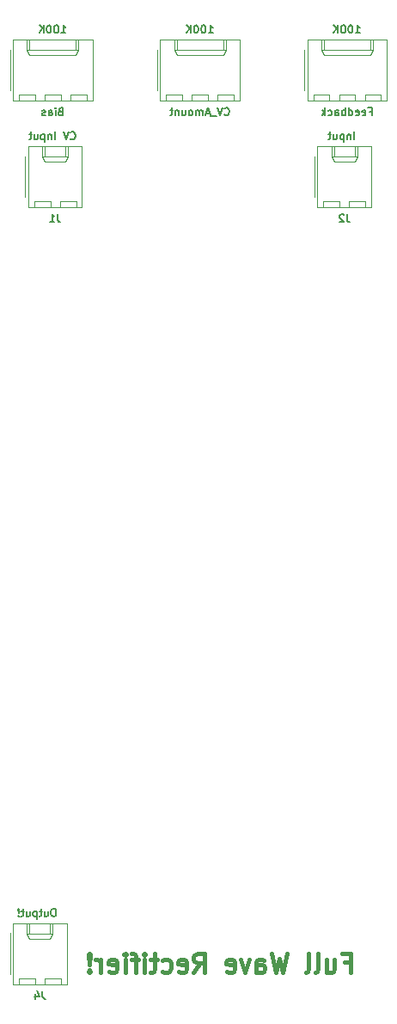
<source format=gbr>
%TF.GenerationSoftware,KiCad,Pcbnew,(5.1.8-0-10_14)*%
%TF.CreationDate,2021-07-07T10:12:16-04:00*%
%TF.ProjectId,fwr,6677722e-6b69-4636-9164-5f7063625858,rev?*%
%TF.SameCoordinates,Original*%
%TF.FileFunction,Legend,Bot*%
%TF.FilePolarity,Positive*%
%FSLAX46Y46*%
G04 Gerber Fmt 4.6, Leading zero omitted, Abs format (unit mm)*
G04 Created by KiCad (PCBNEW (5.1.8-0-10_14)) date 2021-07-07 10:12:16*
%MOMM*%
%LPD*%
G01*
G04 APERTURE LIST*
%ADD10C,0.400000*%
%ADD11C,0.120000*%
%ADD12C,0.150000*%
G04 APERTURE END LIST*
D10*
X137757142Y-143871428D02*
X138357142Y-143871428D01*
X138357142Y-144814285D02*
X138357142Y-143014285D01*
X137500000Y-143014285D01*
X136042857Y-143614285D02*
X136042857Y-144814285D01*
X136814285Y-143614285D02*
X136814285Y-144557142D01*
X136728571Y-144728571D01*
X136557142Y-144814285D01*
X136300000Y-144814285D01*
X136128571Y-144728571D01*
X136042857Y-144642857D01*
X134928571Y-144814285D02*
X135100000Y-144728571D01*
X135185714Y-144557142D01*
X135185714Y-143014285D01*
X133985714Y-144814285D02*
X134157142Y-144728571D01*
X134242857Y-144557142D01*
X134242857Y-143014285D01*
X132100000Y-143014285D02*
X131671428Y-144814285D01*
X131328571Y-143528571D01*
X130985714Y-144814285D01*
X130557142Y-143014285D01*
X129100000Y-144814285D02*
X129100000Y-143871428D01*
X129185714Y-143700000D01*
X129357142Y-143614285D01*
X129700000Y-143614285D01*
X129871428Y-143700000D01*
X129100000Y-144728571D02*
X129271428Y-144814285D01*
X129700000Y-144814285D01*
X129871428Y-144728571D01*
X129957142Y-144557142D01*
X129957142Y-144385714D01*
X129871428Y-144214285D01*
X129700000Y-144128571D01*
X129271428Y-144128571D01*
X129100000Y-144042857D01*
X128414285Y-143614285D02*
X127985714Y-144814285D01*
X127557142Y-143614285D01*
X126185714Y-144728571D02*
X126357142Y-144814285D01*
X126700000Y-144814285D01*
X126871428Y-144728571D01*
X126957142Y-144557142D01*
X126957142Y-143871428D01*
X126871428Y-143700000D01*
X126700000Y-143614285D01*
X126357142Y-143614285D01*
X126185714Y-143700000D01*
X126100000Y-143871428D01*
X126100000Y-144042857D01*
X126957142Y-144214285D01*
X122928571Y-144814285D02*
X123528571Y-143957142D01*
X123957142Y-144814285D02*
X123957142Y-143014285D01*
X123271428Y-143014285D01*
X123100000Y-143100000D01*
X123014285Y-143185714D01*
X122928571Y-143357142D01*
X122928571Y-143614285D01*
X123014285Y-143785714D01*
X123100000Y-143871428D01*
X123271428Y-143957142D01*
X123957142Y-143957142D01*
X121471428Y-144728571D02*
X121642857Y-144814285D01*
X121985714Y-144814285D01*
X122157142Y-144728571D01*
X122242857Y-144557142D01*
X122242857Y-143871428D01*
X122157142Y-143700000D01*
X121985714Y-143614285D01*
X121642857Y-143614285D01*
X121471428Y-143700000D01*
X121385714Y-143871428D01*
X121385714Y-144042857D01*
X122242857Y-144214285D01*
X119842857Y-144728571D02*
X120014285Y-144814285D01*
X120357142Y-144814285D01*
X120528571Y-144728571D01*
X120614285Y-144642857D01*
X120700000Y-144471428D01*
X120700000Y-143957142D01*
X120614285Y-143785714D01*
X120528571Y-143700000D01*
X120357142Y-143614285D01*
X120014285Y-143614285D01*
X119842857Y-143700000D01*
X119328571Y-143614285D02*
X118642857Y-143614285D01*
X119071428Y-143014285D02*
X119071428Y-144557142D01*
X118985714Y-144728571D01*
X118814285Y-144814285D01*
X118642857Y-144814285D01*
X118042857Y-144814285D02*
X118042857Y-143614285D01*
X118042857Y-143014285D02*
X118128571Y-143100000D01*
X118042857Y-143185714D01*
X117957142Y-143100000D01*
X118042857Y-143014285D01*
X118042857Y-143185714D01*
X117442857Y-143614285D02*
X116757142Y-143614285D01*
X117185714Y-144814285D02*
X117185714Y-143271428D01*
X117100000Y-143100000D01*
X116928571Y-143014285D01*
X116757142Y-143014285D01*
X116157142Y-144814285D02*
X116157142Y-143614285D01*
X116157142Y-143014285D02*
X116242857Y-143100000D01*
X116157142Y-143185714D01*
X116071428Y-143100000D01*
X116157142Y-143014285D01*
X116157142Y-143185714D01*
X114614285Y-144728571D02*
X114785714Y-144814285D01*
X115128571Y-144814285D01*
X115300000Y-144728571D01*
X115385714Y-144557142D01*
X115385714Y-143871428D01*
X115300000Y-143700000D01*
X115128571Y-143614285D01*
X114785714Y-143614285D01*
X114614285Y-143700000D01*
X114528571Y-143871428D01*
X114528571Y-144042857D01*
X115385714Y-144214285D01*
X113757142Y-144814285D02*
X113757142Y-143614285D01*
X113757142Y-143957142D02*
X113671428Y-143785714D01*
X113585714Y-143700000D01*
X113414285Y-143614285D01*
X113242857Y-143614285D01*
X112642857Y-144642857D02*
X112557142Y-144728571D01*
X112642857Y-144814285D01*
X112728571Y-144728571D01*
X112642857Y-144642857D01*
X112642857Y-144814285D01*
X112642857Y-144128571D02*
X112728571Y-143100000D01*
X112642857Y-143014285D01*
X112557142Y-143100000D01*
X112642857Y-144128571D01*
X112642857Y-143014285D01*
D11*
%TO.C,Bias*%
X105120000Y-59030000D02*
X105120000Y-53010000D01*
X105120000Y-53010000D02*
X112960000Y-53010000D01*
X112960000Y-53010000D02*
X112960000Y-59030000D01*
X112960000Y-59030000D02*
X105120000Y-59030000D01*
X104830000Y-58000000D02*
X104830000Y-54000000D01*
X106500000Y-53010000D02*
X106500000Y-54010000D01*
X106500000Y-54010000D02*
X111580000Y-54010000D01*
X111580000Y-54010000D02*
X111580000Y-53010000D01*
X106500000Y-54010000D02*
X106750000Y-54540000D01*
X106750000Y-54540000D02*
X111330000Y-54540000D01*
X111330000Y-54540000D02*
X111580000Y-54010000D01*
X106750000Y-53010000D02*
X106750000Y-54010000D01*
X111330000Y-53010000D02*
X111330000Y-54010000D01*
X105700000Y-59030000D02*
X105700000Y-58430000D01*
X105700000Y-58430000D02*
X107300000Y-58430000D01*
X107300000Y-58430000D02*
X107300000Y-59030000D01*
X108240000Y-59030000D02*
X108240000Y-58430000D01*
X108240000Y-58430000D02*
X109840000Y-58430000D01*
X109840000Y-58430000D02*
X109840000Y-59030000D01*
X110780000Y-59030000D02*
X110780000Y-58430000D01*
X110780000Y-58430000D02*
X112380000Y-58430000D01*
X112380000Y-58430000D02*
X112380000Y-59030000D01*
%TO.C,CV_Amount*%
X126880000Y-58430000D02*
X126880000Y-59030000D01*
X125280000Y-58430000D02*
X126880000Y-58430000D01*
X125280000Y-59030000D02*
X125280000Y-58430000D01*
X124340000Y-58430000D02*
X124340000Y-59030000D01*
X122740000Y-58430000D02*
X124340000Y-58430000D01*
X122740000Y-59030000D02*
X122740000Y-58430000D01*
X121800000Y-58430000D02*
X121800000Y-59030000D01*
X120200000Y-58430000D02*
X121800000Y-58430000D01*
X120200000Y-59030000D02*
X120200000Y-58430000D01*
X125830000Y-53010000D02*
X125830000Y-54010000D01*
X121250000Y-53010000D02*
X121250000Y-54010000D01*
X125830000Y-54540000D02*
X126080000Y-54010000D01*
X121250000Y-54540000D02*
X125830000Y-54540000D01*
X121000000Y-54010000D02*
X121250000Y-54540000D01*
X126080000Y-54010000D02*
X126080000Y-53010000D01*
X121000000Y-54010000D02*
X126080000Y-54010000D01*
X121000000Y-53010000D02*
X121000000Y-54010000D01*
X119330000Y-58000000D02*
X119330000Y-54000000D01*
X127460000Y-59030000D02*
X119620000Y-59030000D01*
X127460000Y-53010000D02*
X127460000Y-59030000D01*
X119620000Y-53010000D02*
X127460000Y-53010000D01*
X119620000Y-59030000D02*
X119620000Y-53010000D01*
%TO.C,Feedback*%
X134120000Y-59030000D02*
X134120000Y-53010000D01*
X134120000Y-53010000D02*
X141960000Y-53010000D01*
X141960000Y-53010000D02*
X141960000Y-59030000D01*
X141960000Y-59030000D02*
X134120000Y-59030000D01*
X133830000Y-58000000D02*
X133830000Y-54000000D01*
X135500000Y-53010000D02*
X135500000Y-54010000D01*
X135500000Y-54010000D02*
X140580000Y-54010000D01*
X140580000Y-54010000D02*
X140580000Y-53010000D01*
X135500000Y-54010000D02*
X135750000Y-54540000D01*
X135750000Y-54540000D02*
X140330000Y-54540000D01*
X140330000Y-54540000D02*
X140580000Y-54010000D01*
X135750000Y-53010000D02*
X135750000Y-54010000D01*
X140330000Y-53010000D02*
X140330000Y-54010000D01*
X134700000Y-59030000D02*
X134700000Y-58430000D01*
X134700000Y-58430000D02*
X136300000Y-58430000D01*
X136300000Y-58430000D02*
X136300000Y-59030000D01*
X137240000Y-59030000D02*
X137240000Y-58430000D01*
X137240000Y-58430000D02*
X138840000Y-58430000D01*
X138840000Y-58430000D02*
X138840000Y-59030000D01*
X139780000Y-59030000D02*
X139780000Y-58430000D01*
X139780000Y-58430000D02*
X141380000Y-58430000D01*
X141380000Y-58430000D02*
X141380000Y-59030000D01*
%TO.C,J1*%
X111340000Y-68930000D02*
X111340000Y-69530000D01*
X109740000Y-68930000D02*
X111340000Y-68930000D01*
X109740000Y-69530000D02*
X109740000Y-68930000D01*
X108800000Y-68930000D02*
X108800000Y-69530000D01*
X107200000Y-68930000D02*
X108800000Y-68930000D01*
X107200000Y-69530000D02*
X107200000Y-68930000D01*
X110290000Y-63510000D02*
X110290000Y-64510000D01*
X108250000Y-63510000D02*
X108250000Y-64510000D01*
X110290000Y-65040000D02*
X110540000Y-64510000D01*
X108250000Y-65040000D02*
X110290000Y-65040000D01*
X108000000Y-64510000D02*
X108250000Y-65040000D01*
X110540000Y-64510000D02*
X110540000Y-63510000D01*
X108000000Y-64510000D02*
X110540000Y-64510000D01*
X108000000Y-63510000D02*
X108000000Y-64510000D01*
X106330000Y-68500000D02*
X106330000Y-64500000D01*
X111920000Y-69530000D02*
X106620000Y-69530000D01*
X111920000Y-63510000D02*
X111920000Y-69530000D01*
X106620000Y-63510000D02*
X111920000Y-63510000D01*
X106620000Y-69530000D02*
X106620000Y-63510000D01*
%TO.C,J2*%
X135120000Y-69530000D02*
X135120000Y-63510000D01*
X135120000Y-63510000D02*
X140420000Y-63510000D01*
X140420000Y-63510000D02*
X140420000Y-69530000D01*
X140420000Y-69530000D02*
X135120000Y-69530000D01*
X134830000Y-68500000D02*
X134830000Y-64500000D01*
X136500000Y-63510000D02*
X136500000Y-64510000D01*
X136500000Y-64510000D02*
X139040000Y-64510000D01*
X139040000Y-64510000D02*
X139040000Y-63510000D01*
X136500000Y-64510000D02*
X136750000Y-65040000D01*
X136750000Y-65040000D02*
X138790000Y-65040000D01*
X138790000Y-65040000D02*
X139040000Y-64510000D01*
X136750000Y-63510000D02*
X136750000Y-64510000D01*
X138790000Y-63510000D02*
X138790000Y-64510000D01*
X135700000Y-69530000D02*
X135700000Y-68930000D01*
X135700000Y-68930000D02*
X137300000Y-68930000D01*
X137300000Y-68930000D02*
X137300000Y-69530000D01*
X138240000Y-69530000D02*
X138240000Y-68930000D01*
X138240000Y-68930000D02*
X139840000Y-68930000D01*
X139840000Y-68930000D02*
X139840000Y-69530000D01*
%TO.C,J4*%
X105120000Y-146030000D02*
X105120000Y-140010000D01*
X105120000Y-140010000D02*
X110420000Y-140010000D01*
X110420000Y-140010000D02*
X110420000Y-146030000D01*
X110420000Y-146030000D02*
X105120000Y-146030000D01*
X104830000Y-145000000D02*
X104830000Y-141000000D01*
X106500000Y-140010000D02*
X106500000Y-141010000D01*
X106500000Y-141010000D02*
X109040000Y-141010000D01*
X109040000Y-141010000D02*
X109040000Y-140010000D01*
X106500000Y-141010000D02*
X106750000Y-141540000D01*
X106750000Y-141540000D02*
X108790000Y-141540000D01*
X108790000Y-141540000D02*
X109040000Y-141010000D01*
X106750000Y-140010000D02*
X106750000Y-141010000D01*
X108790000Y-140010000D02*
X108790000Y-141010000D01*
X105700000Y-146030000D02*
X105700000Y-145430000D01*
X105700000Y-145430000D02*
X107300000Y-145430000D01*
X107300000Y-145430000D02*
X107300000Y-146030000D01*
X108240000Y-146030000D02*
X108240000Y-145430000D01*
X108240000Y-145430000D02*
X109840000Y-145430000D01*
X109840000Y-145430000D02*
X109840000Y-146030000D01*
%TO.C,Bias*%
D12*
X109807857Y-60066428D02*
X109700714Y-60102142D01*
X109665000Y-60137857D01*
X109629285Y-60209285D01*
X109629285Y-60316428D01*
X109665000Y-60387857D01*
X109700714Y-60423571D01*
X109772142Y-60459285D01*
X110057857Y-60459285D01*
X110057857Y-59709285D01*
X109807857Y-59709285D01*
X109736428Y-59745000D01*
X109700714Y-59780714D01*
X109665000Y-59852142D01*
X109665000Y-59923571D01*
X109700714Y-59995000D01*
X109736428Y-60030714D01*
X109807857Y-60066428D01*
X110057857Y-60066428D01*
X109307857Y-60459285D02*
X109307857Y-59959285D01*
X109307857Y-59709285D02*
X109343571Y-59745000D01*
X109307857Y-59780714D01*
X109272142Y-59745000D01*
X109307857Y-59709285D01*
X109307857Y-59780714D01*
X108629285Y-60459285D02*
X108629285Y-60066428D01*
X108665000Y-59995000D01*
X108736428Y-59959285D01*
X108879285Y-59959285D01*
X108950714Y-59995000D01*
X108629285Y-60423571D02*
X108700714Y-60459285D01*
X108879285Y-60459285D01*
X108950714Y-60423571D01*
X108986428Y-60352142D01*
X108986428Y-60280714D01*
X108950714Y-60209285D01*
X108879285Y-60173571D01*
X108700714Y-60173571D01*
X108629285Y-60137857D01*
X108307857Y-60423571D02*
X108236428Y-60459285D01*
X108093571Y-60459285D01*
X108022142Y-60423571D01*
X107986428Y-60352142D01*
X107986428Y-60316428D01*
X108022142Y-60245000D01*
X108093571Y-60209285D01*
X108200714Y-60209285D01*
X108272142Y-60173571D01*
X108307857Y-60102142D01*
X108307857Y-60066428D01*
X108272142Y-59995000D01*
X108200714Y-59959285D01*
X108093571Y-59959285D01*
X108022142Y-59995000D01*
X109875000Y-52339285D02*
X110303571Y-52339285D01*
X110089285Y-52339285D02*
X110089285Y-51589285D01*
X110160714Y-51696428D01*
X110232142Y-51767857D01*
X110303571Y-51803571D01*
X109410714Y-51589285D02*
X109339285Y-51589285D01*
X109267857Y-51625000D01*
X109232142Y-51660714D01*
X109196428Y-51732142D01*
X109160714Y-51875000D01*
X109160714Y-52053571D01*
X109196428Y-52196428D01*
X109232142Y-52267857D01*
X109267857Y-52303571D01*
X109339285Y-52339285D01*
X109410714Y-52339285D01*
X109482142Y-52303571D01*
X109517857Y-52267857D01*
X109553571Y-52196428D01*
X109589285Y-52053571D01*
X109589285Y-51875000D01*
X109553571Y-51732142D01*
X109517857Y-51660714D01*
X109482142Y-51625000D01*
X109410714Y-51589285D01*
X108696428Y-51589285D02*
X108625000Y-51589285D01*
X108553571Y-51625000D01*
X108517857Y-51660714D01*
X108482142Y-51732142D01*
X108446428Y-51875000D01*
X108446428Y-52053571D01*
X108482142Y-52196428D01*
X108517857Y-52267857D01*
X108553571Y-52303571D01*
X108625000Y-52339285D01*
X108696428Y-52339285D01*
X108767857Y-52303571D01*
X108803571Y-52267857D01*
X108839285Y-52196428D01*
X108875000Y-52053571D01*
X108875000Y-51875000D01*
X108839285Y-51732142D01*
X108803571Y-51660714D01*
X108767857Y-51625000D01*
X108696428Y-51589285D01*
X108125000Y-52339285D02*
X108125000Y-51589285D01*
X107696428Y-52339285D02*
X108017857Y-51910714D01*
X107696428Y-51589285D02*
X108125000Y-52017857D01*
%TO.C,CV_Amount*%
X125968571Y-60387857D02*
X126004285Y-60423571D01*
X126111428Y-60459285D01*
X126182857Y-60459285D01*
X126290000Y-60423571D01*
X126361428Y-60352142D01*
X126397142Y-60280714D01*
X126432857Y-60137857D01*
X126432857Y-60030714D01*
X126397142Y-59887857D01*
X126361428Y-59816428D01*
X126290000Y-59745000D01*
X126182857Y-59709285D01*
X126111428Y-59709285D01*
X126004285Y-59745000D01*
X125968571Y-59780714D01*
X125754285Y-59709285D02*
X125504285Y-60459285D01*
X125254285Y-59709285D01*
X125182857Y-60530714D02*
X124611428Y-60530714D01*
X124468571Y-60245000D02*
X124111428Y-60245000D01*
X124540000Y-60459285D02*
X124290000Y-59709285D01*
X124040000Y-60459285D01*
X123790000Y-60459285D02*
X123790000Y-59959285D01*
X123790000Y-60030714D02*
X123754285Y-59995000D01*
X123682857Y-59959285D01*
X123575714Y-59959285D01*
X123504285Y-59995000D01*
X123468571Y-60066428D01*
X123468571Y-60459285D01*
X123468571Y-60066428D02*
X123432857Y-59995000D01*
X123361428Y-59959285D01*
X123254285Y-59959285D01*
X123182857Y-59995000D01*
X123147142Y-60066428D01*
X123147142Y-60459285D01*
X122682857Y-60459285D02*
X122754285Y-60423571D01*
X122790000Y-60387857D01*
X122825714Y-60316428D01*
X122825714Y-60102142D01*
X122790000Y-60030714D01*
X122754285Y-59995000D01*
X122682857Y-59959285D01*
X122575714Y-59959285D01*
X122504285Y-59995000D01*
X122468571Y-60030714D01*
X122432857Y-60102142D01*
X122432857Y-60316428D01*
X122468571Y-60387857D01*
X122504285Y-60423571D01*
X122575714Y-60459285D01*
X122682857Y-60459285D01*
X121790000Y-59959285D02*
X121790000Y-60459285D01*
X122111428Y-59959285D02*
X122111428Y-60352142D01*
X122075714Y-60423571D01*
X122004285Y-60459285D01*
X121897142Y-60459285D01*
X121825714Y-60423571D01*
X121790000Y-60387857D01*
X121432857Y-59959285D02*
X121432857Y-60459285D01*
X121432857Y-60030714D02*
X121397142Y-59995000D01*
X121325714Y-59959285D01*
X121218571Y-59959285D01*
X121147142Y-59995000D01*
X121111428Y-60066428D01*
X121111428Y-60459285D01*
X120861428Y-59959285D02*
X120575714Y-59959285D01*
X120754285Y-59709285D02*
X120754285Y-60352142D01*
X120718571Y-60423571D01*
X120647142Y-60459285D01*
X120575714Y-60459285D01*
X124375000Y-52339285D02*
X124803571Y-52339285D01*
X124589285Y-52339285D02*
X124589285Y-51589285D01*
X124660714Y-51696428D01*
X124732142Y-51767857D01*
X124803571Y-51803571D01*
X123910714Y-51589285D02*
X123839285Y-51589285D01*
X123767857Y-51625000D01*
X123732142Y-51660714D01*
X123696428Y-51732142D01*
X123660714Y-51875000D01*
X123660714Y-52053571D01*
X123696428Y-52196428D01*
X123732142Y-52267857D01*
X123767857Y-52303571D01*
X123839285Y-52339285D01*
X123910714Y-52339285D01*
X123982142Y-52303571D01*
X124017857Y-52267857D01*
X124053571Y-52196428D01*
X124089285Y-52053571D01*
X124089285Y-51875000D01*
X124053571Y-51732142D01*
X124017857Y-51660714D01*
X123982142Y-51625000D01*
X123910714Y-51589285D01*
X123196428Y-51589285D02*
X123125000Y-51589285D01*
X123053571Y-51625000D01*
X123017857Y-51660714D01*
X122982142Y-51732142D01*
X122946428Y-51875000D01*
X122946428Y-52053571D01*
X122982142Y-52196428D01*
X123017857Y-52267857D01*
X123053571Y-52303571D01*
X123125000Y-52339285D01*
X123196428Y-52339285D01*
X123267857Y-52303571D01*
X123303571Y-52267857D01*
X123339285Y-52196428D01*
X123375000Y-52053571D01*
X123375000Y-51875000D01*
X123339285Y-51732142D01*
X123303571Y-51660714D01*
X123267857Y-51625000D01*
X123196428Y-51589285D01*
X122625000Y-52339285D02*
X122625000Y-51589285D01*
X122196428Y-52339285D02*
X122517857Y-51910714D01*
X122196428Y-51589285D02*
X122625000Y-52017857D01*
%TO.C,Feedback*%
X140218571Y-60066428D02*
X140468571Y-60066428D01*
X140468571Y-60459285D02*
X140468571Y-59709285D01*
X140111428Y-59709285D01*
X139540000Y-60423571D02*
X139611428Y-60459285D01*
X139754285Y-60459285D01*
X139825714Y-60423571D01*
X139861428Y-60352142D01*
X139861428Y-60066428D01*
X139825714Y-59995000D01*
X139754285Y-59959285D01*
X139611428Y-59959285D01*
X139540000Y-59995000D01*
X139504285Y-60066428D01*
X139504285Y-60137857D01*
X139861428Y-60209285D01*
X138897142Y-60423571D02*
X138968571Y-60459285D01*
X139111428Y-60459285D01*
X139182857Y-60423571D01*
X139218571Y-60352142D01*
X139218571Y-60066428D01*
X139182857Y-59995000D01*
X139111428Y-59959285D01*
X138968571Y-59959285D01*
X138897142Y-59995000D01*
X138861428Y-60066428D01*
X138861428Y-60137857D01*
X139218571Y-60209285D01*
X138218571Y-60459285D02*
X138218571Y-59709285D01*
X138218571Y-60423571D02*
X138290000Y-60459285D01*
X138432857Y-60459285D01*
X138504285Y-60423571D01*
X138540000Y-60387857D01*
X138575714Y-60316428D01*
X138575714Y-60102142D01*
X138540000Y-60030714D01*
X138504285Y-59995000D01*
X138432857Y-59959285D01*
X138290000Y-59959285D01*
X138218571Y-59995000D01*
X137861428Y-60459285D02*
X137861428Y-59709285D01*
X137861428Y-59995000D02*
X137790000Y-59959285D01*
X137647142Y-59959285D01*
X137575714Y-59995000D01*
X137540000Y-60030714D01*
X137504285Y-60102142D01*
X137504285Y-60316428D01*
X137540000Y-60387857D01*
X137575714Y-60423571D01*
X137647142Y-60459285D01*
X137790000Y-60459285D01*
X137861428Y-60423571D01*
X136861428Y-60459285D02*
X136861428Y-60066428D01*
X136897142Y-59995000D01*
X136968571Y-59959285D01*
X137111428Y-59959285D01*
X137182857Y-59995000D01*
X136861428Y-60423571D02*
X136932857Y-60459285D01*
X137111428Y-60459285D01*
X137182857Y-60423571D01*
X137218571Y-60352142D01*
X137218571Y-60280714D01*
X137182857Y-60209285D01*
X137111428Y-60173571D01*
X136932857Y-60173571D01*
X136861428Y-60137857D01*
X136182857Y-60423571D02*
X136254285Y-60459285D01*
X136397142Y-60459285D01*
X136468571Y-60423571D01*
X136504285Y-60387857D01*
X136540000Y-60316428D01*
X136540000Y-60102142D01*
X136504285Y-60030714D01*
X136468571Y-59995000D01*
X136397142Y-59959285D01*
X136254285Y-59959285D01*
X136182857Y-59995000D01*
X135861428Y-60459285D02*
X135861428Y-59709285D01*
X135790000Y-60173571D02*
X135575714Y-60459285D01*
X135575714Y-59959285D02*
X135861428Y-60245000D01*
X138875000Y-52339285D02*
X139303571Y-52339285D01*
X139089285Y-52339285D02*
X139089285Y-51589285D01*
X139160714Y-51696428D01*
X139232142Y-51767857D01*
X139303571Y-51803571D01*
X138410714Y-51589285D02*
X138339285Y-51589285D01*
X138267857Y-51625000D01*
X138232142Y-51660714D01*
X138196428Y-51732142D01*
X138160714Y-51875000D01*
X138160714Y-52053571D01*
X138196428Y-52196428D01*
X138232142Y-52267857D01*
X138267857Y-52303571D01*
X138339285Y-52339285D01*
X138410714Y-52339285D01*
X138482142Y-52303571D01*
X138517857Y-52267857D01*
X138553571Y-52196428D01*
X138589285Y-52053571D01*
X138589285Y-51875000D01*
X138553571Y-51732142D01*
X138517857Y-51660714D01*
X138482142Y-51625000D01*
X138410714Y-51589285D01*
X137696428Y-51589285D02*
X137625000Y-51589285D01*
X137553571Y-51625000D01*
X137517857Y-51660714D01*
X137482142Y-51732142D01*
X137446428Y-51875000D01*
X137446428Y-52053571D01*
X137482142Y-52196428D01*
X137517857Y-52267857D01*
X137553571Y-52303571D01*
X137625000Y-52339285D01*
X137696428Y-52339285D01*
X137767857Y-52303571D01*
X137803571Y-52267857D01*
X137839285Y-52196428D01*
X137875000Y-52053571D01*
X137875000Y-51875000D01*
X137839285Y-51732142D01*
X137803571Y-51660714D01*
X137767857Y-51625000D01*
X137696428Y-51589285D01*
X137125000Y-52339285D02*
X137125000Y-51589285D01*
X136696428Y-52339285D02*
X137017857Y-51910714D01*
X136696428Y-51589285D02*
X137125000Y-52017857D01*
%TO.C,J1*%
X109520000Y-70209285D02*
X109520000Y-70745000D01*
X109555714Y-70852142D01*
X109627142Y-70923571D01*
X109734285Y-70959285D01*
X109805714Y-70959285D01*
X108770000Y-70959285D02*
X109198571Y-70959285D01*
X108984285Y-70959285D02*
X108984285Y-70209285D01*
X109055714Y-70316428D01*
X109127142Y-70387857D01*
X109198571Y-70423571D01*
X110785714Y-62767857D02*
X110821428Y-62803571D01*
X110928571Y-62839285D01*
X111000000Y-62839285D01*
X111107142Y-62803571D01*
X111178571Y-62732142D01*
X111214285Y-62660714D01*
X111250000Y-62517857D01*
X111250000Y-62410714D01*
X111214285Y-62267857D01*
X111178571Y-62196428D01*
X111107142Y-62125000D01*
X111000000Y-62089285D01*
X110928571Y-62089285D01*
X110821428Y-62125000D01*
X110785714Y-62160714D01*
X110571428Y-62089285D02*
X110321428Y-62839285D01*
X110071428Y-62089285D01*
X109250000Y-62839285D02*
X109250000Y-62089285D01*
X108892857Y-62339285D02*
X108892857Y-62839285D01*
X108892857Y-62410714D02*
X108857142Y-62375000D01*
X108785714Y-62339285D01*
X108678571Y-62339285D01*
X108607142Y-62375000D01*
X108571428Y-62446428D01*
X108571428Y-62839285D01*
X108214285Y-62339285D02*
X108214285Y-63089285D01*
X108214285Y-62375000D02*
X108142857Y-62339285D01*
X108000000Y-62339285D01*
X107928571Y-62375000D01*
X107892857Y-62410714D01*
X107857142Y-62482142D01*
X107857142Y-62696428D01*
X107892857Y-62767857D01*
X107928571Y-62803571D01*
X108000000Y-62839285D01*
X108142857Y-62839285D01*
X108214285Y-62803571D01*
X107214285Y-62339285D02*
X107214285Y-62839285D01*
X107535714Y-62339285D02*
X107535714Y-62732142D01*
X107500000Y-62803571D01*
X107428571Y-62839285D01*
X107321428Y-62839285D01*
X107250000Y-62803571D01*
X107214285Y-62767857D01*
X106964285Y-62339285D02*
X106678571Y-62339285D01*
X106857142Y-62089285D02*
X106857142Y-62732142D01*
X106821428Y-62803571D01*
X106750000Y-62839285D01*
X106678571Y-62839285D01*
%TO.C,J2*%
X138020000Y-70209285D02*
X138020000Y-70745000D01*
X138055714Y-70852142D01*
X138127142Y-70923571D01*
X138234285Y-70959285D01*
X138305714Y-70959285D01*
X137698571Y-70280714D02*
X137662857Y-70245000D01*
X137591428Y-70209285D01*
X137412857Y-70209285D01*
X137341428Y-70245000D01*
X137305714Y-70280714D01*
X137270000Y-70352142D01*
X137270000Y-70423571D01*
X137305714Y-70530714D01*
X137734285Y-70959285D01*
X137270000Y-70959285D01*
X138732142Y-62839285D02*
X138732142Y-62089285D01*
X138375000Y-62339285D02*
X138375000Y-62839285D01*
X138375000Y-62410714D02*
X138339285Y-62375000D01*
X138267857Y-62339285D01*
X138160714Y-62339285D01*
X138089285Y-62375000D01*
X138053571Y-62446428D01*
X138053571Y-62839285D01*
X137696428Y-62339285D02*
X137696428Y-63089285D01*
X137696428Y-62375000D02*
X137625000Y-62339285D01*
X137482142Y-62339285D01*
X137410714Y-62375000D01*
X137375000Y-62410714D01*
X137339285Y-62482142D01*
X137339285Y-62696428D01*
X137375000Y-62767857D01*
X137410714Y-62803571D01*
X137482142Y-62839285D01*
X137625000Y-62839285D01*
X137696428Y-62803571D01*
X136696428Y-62339285D02*
X136696428Y-62839285D01*
X137017857Y-62339285D02*
X137017857Y-62732142D01*
X136982142Y-62803571D01*
X136910714Y-62839285D01*
X136803571Y-62839285D01*
X136732142Y-62803571D01*
X136696428Y-62767857D01*
X136446428Y-62339285D02*
X136160714Y-62339285D01*
X136339285Y-62089285D02*
X136339285Y-62732142D01*
X136303571Y-62803571D01*
X136232142Y-62839285D01*
X136160714Y-62839285D01*
%TO.C,J4*%
X108020000Y-146709285D02*
X108020000Y-147245000D01*
X108055714Y-147352142D01*
X108127142Y-147423571D01*
X108234285Y-147459285D01*
X108305714Y-147459285D01*
X107341428Y-146959285D02*
X107341428Y-147459285D01*
X107520000Y-146673571D02*
X107698571Y-147209285D01*
X107234285Y-147209285D01*
X109196428Y-138589285D02*
X109053571Y-138589285D01*
X108982142Y-138625000D01*
X108910714Y-138696428D01*
X108875000Y-138839285D01*
X108875000Y-139089285D01*
X108910714Y-139232142D01*
X108982142Y-139303571D01*
X109053571Y-139339285D01*
X109196428Y-139339285D01*
X109267857Y-139303571D01*
X109339285Y-139232142D01*
X109375000Y-139089285D01*
X109375000Y-138839285D01*
X109339285Y-138696428D01*
X109267857Y-138625000D01*
X109196428Y-138589285D01*
X108232142Y-138839285D02*
X108232142Y-139339285D01*
X108553571Y-138839285D02*
X108553571Y-139232142D01*
X108517857Y-139303571D01*
X108446428Y-139339285D01*
X108339285Y-139339285D01*
X108267857Y-139303571D01*
X108232142Y-139267857D01*
X107982142Y-138839285D02*
X107696428Y-138839285D01*
X107875000Y-138589285D02*
X107875000Y-139232142D01*
X107839285Y-139303571D01*
X107767857Y-139339285D01*
X107696428Y-139339285D01*
X107446428Y-138839285D02*
X107446428Y-139589285D01*
X107446428Y-138875000D02*
X107375000Y-138839285D01*
X107232142Y-138839285D01*
X107160714Y-138875000D01*
X107125000Y-138910714D01*
X107089285Y-138982142D01*
X107089285Y-139196428D01*
X107125000Y-139267857D01*
X107160714Y-139303571D01*
X107232142Y-139339285D01*
X107375000Y-139339285D01*
X107446428Y-139303571D01*
X106446428Y-138839285D02*
X106446428Y-139339285D01*
X106767857Y-138839285D02*
X106767857Y-139232142D01*
X106732142Y-139303571D01*
X106660714Y-139339285D01*
X106553571Y-139339285D01*
X106482142Y-139303571D01*
X106446428Y-139267857D01*
X106196428Y-138839285D02*
X105910714Y-138839285D01*
X106089285Y-138589285D02*
X106089285Y-139232142D01*
X106053571Y-139303571D01*
X105982142Y-139339285D01*
X105910714Y-139339285D01*
X105660714Y-139267857D02*
X105625000Y-139303571D01*
X105660714Y-139339285D01*
X105696428Y-139303571D01*
X105660714Y-139267857D01*
X105660714Y-139339285D01*
X105660714Y-139053571D02*
X105696428Y-138625000D01*
X105660714Y-138589285D01*
X105625000Y-138625000D01*
X105660714Y-139053571D01*
X105660714Y-138589285D01*
%TD*%
M02*

</source>
